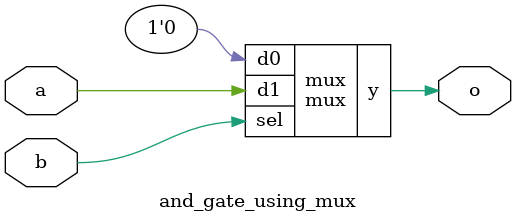
<source format=sv>

module mux
(
  input  d0, d1,
  input  sel,
  output y
);

  assign y = sel ? d1 : d0;

endmodule

//----------------------------------------------------------------------------
// Task
//----------------------------------------------------------------------------

module and_gate_using_mux
(
    input  a,
    input  b,
    output o
);

  // Task:
  // Implement and gate using instance(s) of mux,
  // constants 0 and 1, and wire connections

  mux mux (
    .d0(1'b0), .d1(a),
    .sel(b), .y(o)
  );

endmodule

</source>
